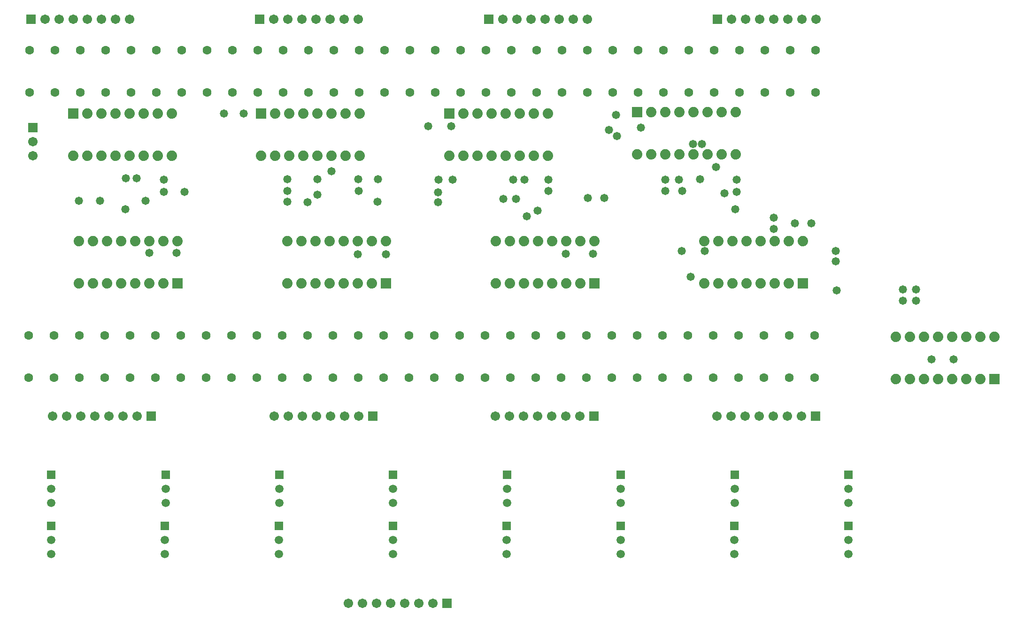
<source format=gts>
G04*
G04 #@! TF.GenerationSoftware,Altium Limited,Altium Designer,18.1.11 (251)*
G04*
G04 Layer_Color=8388736*
%FSLAX25Y25*%
%MOIN*%
G70*
G01*
G75*
%ADD13C,0.07400*%
%ADD14R,0.07400X0.07400*%
%ADD15R,0.06706X0.06706*%
%ADD16C,0.06706*%
%ADD17C,0.06312*%
%ADD18R,0.06706X0.06706*%
%ADD19R,0.05910X0.05910*%
%ADD20C,0.05910*%
%ADD21C,0.05800*%
D13*
X703000Y209000D02*
D03*
X693000D02*
D03*
X683000D02*
D03*
X673000D02*
D03*
X663000D02*
D03*
X653000D02*
D03*
X643000D02*
D03*
X633000D02*
D03*
Y179000D02*
D03*
X643000D02*
D03*
X653000D02*
D03*
X663000D02*
D03*
X673000D02*
D03*
X683000D02*
D03*
X693000D02*
D03*
X567000Y277000D02*
D03*
X557000D02*
D03*
X547000D02*
D03*
X537000D02*
D03*
X527000D02*
D03*
X517000D02*
D03*
X507000D02*
D03*
X497000D02*
D03*
Y247000D02*
D03*
X507000D02*
D03*
X517000D02*
D03*
X527000D02*
D03*
X537000D02*
D03*
X547000D02*
D03*
X557000D02*
D03*
X449500Y338500D02*
D03*
X459500D02*
D03*
X469500D02*
D03*
X479500D02*
D03*
X489500D02*
D03*
X499500D02*
D03*
X509500D02*
D03*
X519500D02*
D03*
Y368500D02*
D03*
X509500D02*
D03*
X499500D02*
D03*
X489500D02*
D03*
X479500D02*
D03*
X469500D02*
D03*
X459500D02*
D03*
X419000Y277000D02*
D03*
X409000D02*
D03*
X399000D02*
D03*
X389000D02*
D03*
X379000D02*
D03*
X369000D02*
D03*
X359000D02*
D03*
X349000D02*
D03*
Y247000D02*
D03*
X359000D02*
D03*
X369000D02*
D03*
X379000D02*
D03*
X389000D02*
D03*
X399000D02*
D03*
X409000D02*
D03*
X316000Y337500D02*
D03*
X326000D02*
D03*
X336000D02*
D03*
X346000D02*
D03*
X356000D02*
D03*
X366000D02*
D03*
X376000D02*
D03*
X386000D02*
D03*
Y367500D02*
D03*
X376000D02*
D03*
X366000D02*
D03*
X356000D02*
D03*
X346000D02*
D03*
X336000D02*
D03*
X326000D02*
D03*
X49000Y337500D02*
D03*
X59000D02*
D03*
X69000D02*
D03*
X79000D02*
D03*
X89000D02*
D03*
X99000D02*
D03*
X109000D02*
D03*
X119000D02*
D03*
Y367500D02*
D03*
X109000D02*
D03*
X99000D02*
D03*
X89000D02*
D03*
X79000D02*
D03*
X69000D02*
D03*
X59000D02*
D03*
X182500Y337500D02*
D03*
X192500D02*
D03*
X202500D02*
D03*
X212500D02*
D03*
X222500D02*
D03*
X232500D02*
D03*
X242500D02*
D03*
X252500D02*
D03*
Y367500D02*
D03*
X242500D02*
D03*
X232500D02*
D03*
X222500D02*
D03*
X212500D02*
D03*
X202500D02*
D03*
X192500D02*
D03*
X123000Y277000D02*
D03*
X113000D02*
D03*
X103000D02*
D03*
X93000D02*
D03*
X83000D02*
D03*
X73000D02*
D03*
X63000D02*
D03*
X53000D02*
D03*
Y247000D02*
D03*
X63000D02*
D03*
X73000D02*
D03*
X83000D02*
D03*
X93000D02*
D03*
X103000D02*
D03*
X113000D02*
D03*
X271000Y277000D02*
D03*
X261000D02*
D03*
X251000D02*
D03*
X241000D02*
D03*
X231000D02*
D03*
X221000D02*
D03*
X211000D02*
D03*
X201000D02*
D03*
Y247000D02*
D03*
X211000D02*
D03*
X221000D02*
D03*
X231000D02*
D03*
X241000D02*
D03*
X251000D02*
D03*
X261000D02*
D03*
D14*
X703000Y179000D02*
D03*
X567000Y247000D02*
D03*
X449500Y368500D02*
D03*
X419000Y247000D02*
D03*
X316000Y367500D02*
D03*
X49000D02*
D03*
X182500D02*
D03*
X123000Y247000D02*
D03*
X271000Y247000D02*
D03*
D15*
X576000Y152500D02*
D03*
X506500Y434500D02*
D03*
X418833Y152500D02*
D03*
X344000Y434500D02*
D03*
X261667Y152500D02*
D03*
X181500Y434500D02*
D03*
X104500Y152500D02*
D03*
X19000Y434500D02*
D03*
X314500Y19500D02*
D03*
D16*
X566000Y152500D02*
D03*
X556000D02*
D03*
X546000D02*
D03*
X536000D02*
D03*
X526000D02*
D03*
X516000D02*
D03*
X506000D02*
D03*
X516500Y434500D02*
D03*
X526500D02*
D03*
X536500D02*
D03*
X546500D02*
D03*
X556500D02*
D03*
X566500D02*
D03*
X576500D02*
D03*
X408833Y152500D02*
D03*
X398833D02*
D03*
X388833D02*
D03*
X378833D02*
D03*
X368833D02*
D03*
X358833D02*
D03*
X348833D02*
D03*
X354000Y434500D02*
D03*
X364000D02*
D03*
X374000D02*
D03*
X384000D02*
D03*
X394000D02*
D03*
X404000D02*
D03*
X414000D02*
D03*
X251667Y152500D02*
D03*
X241667D02*
D03*
X231667D02*
D03*
X221667D02*
D03*
X211667D02*
D03*
X201667D02*
D03*
X191667D02*
D03*
X191500Y434500D02*
D03*
X201500D02*
D03*
X211500D02*
D03*
X221500D02*
D03*
X231500D02*
D03*
X241500D02*
D03*
X251500D02*
D03*
X94500Y152500D02*
D03*
X84500D02*
D03*
X74500D02*
D03*
X64500D02*
D03*
X54500D02*
D03*
X44500D02*
D03*
X34500D02*
D03*
X29000Y434500D02*
D03*
X39000D02*
D03*
X49000D02*
D03*
X59000D02*
D03*
X69000D02*
D03*
X79000D02*
D03*
X89000D02*
D03*
X20500Y347500D02*
D03*
Y337500D02*
D03*
X304500Y19500D02*
D03*
X294500D02*
D03*
X284500D02*
D03*
X274500D02*
D03*
X264500D02*
D03*
X254500D02*
D03*
X244500D02*
D03*
D17*
X449500Y180000D02*
D03*
Y210000D02*
D03*
X467500Y180000D02*
D03*
Y210000D02*
D03*
X485500Y180000D02*
D03*
Y210000D02*
D03*
X503500Y180000D02*
D03*
Y210000D02*
D03*
X521500Y180000D02*
D03*
Y210000D02*
D03*
X539500Y180000D02*
D03*
Y210000D02*
D03*
X557500Y180000D02*
D03*
Y210000D02*
D03*
X575500Y180000D02*
D03*
Y210000D02*
D03*
X576000Y412500D02*
D03*
Y382500D02*
D03*
X558000Y412500D02*
D03*
Y382500D02*
D03*
X540000Y412500D02*
D03*
Y382500D02*
D03*
X522000Y412500D02*
D03*
Y382500D02*
D03*
X504000Y412500D02*
D03*
Y382500D02*
D03*
X486000Y412500D02*
D03*
Y382500D02*
D03*
X468000Y412500D02*
D03*
Y382500D02*
D03*
X450000Y412500D02*
D03*
Y382500D02*
D03*
X305500Y180000D02*
D03*
Y210000D02*
D03*
X323500Y180000D02*
D03*
Y210000D02*
D03*
X341500Y180000D02*
D03*
Y210000D02*
D03*
X359500Y180000D02*
D03*
Y210000D02*
D03*
X377500Y180000D02*
D03*
Y210000D02*
D03*
X395500Y180000D02*
D03*
Y210000D02*
D03*
X413500Y180000D02*
D03*
Y210000D02*
D03*
X431500Y180000D02*
D03*
Y210000D02*
D03*
X432000Y412500D02*
D03*
Y382500D02*
D03*
X414000Y412500D02*
D03*
Y382500D02*
D03*
X396000Y412500D02*
D03*
Y382500D02*
D03*
X378000Y412500D02*
D03*
Y382500D02*
D03*
X360000Y412500D02*
D03*
Y382500D02*
D03*
X342000Y412500D02*
D03*
Y382500D02*
D03*
X324000Y412500D02*
D03*
Y382500D02*
D03*
X306000Y412500D02*
D03*
Y382500D02*
D03*
X161500Y180000D02*
D03*
Y210000D02*
D03*
X179500Y180000D02*
D03*
Y210000D02*
D03*
X197500Y180000D02*
D03*
Y210000D02*
D03*
X215500Y180000D02*
D03*
Y210000D02*
D03*
X233500Y180000D02*
D03*
Y210000D02*
D03*
X251500Y180000D02*
D03*
Y210000D02*
D03*
X269500Y180000D02*
D03*
Y210000D02*
D03*
X287500Y180000D02*
D03*
Y210000D02*
D03*
X288000Y412500D02*
D03*
Y382500D02*
D03*
X270000Y412500D02*
D03*
Y382500D02*
D03*
X252000Y412500D02*
D03*
Y382500D02*
D03*
X234000Y412500D02*
D03*
Y382500D02*
D03*
X216000Y412500D02*
D03*
Y382500D02*
D03*
X198000Y412500D02*
D03*
Y382500D02*
D03*
X180000Y412500D02*
D03*
Y382500D02*
D03*
X162000Y412500D02*
D03*
Y382500D02*
D03*
X17500Y180000D02*
D03*
Y210000D02*
D03*
X35500Y180000D02*
D03*
Y210000D02*
D03*
X53500Y180000D02*
D03*
Y210000D02*
D03*
X71500Y180000D02*
D03*
Y210000D02*
D03*
X89500Y180000D02*
D03*
Y210000D02*
D03*
X107500Y180000D02*
D03*
Y210000D02*
D03*
X125500Y180000D02*
D03*
Y210000D02*
D03*
X143500Y180000D02*
D03*
Y210000D02*
D03*
X144000Y412500D02*
D03*
Y382500D02*
D03*
X126000Y412500D02*
D03*
Y382500D02*
D03*
X108000Y412500D02*
D03*
Y382500D02*
D03*
X90000Y412500D02*
D03*
Y382500D02*
D03*
X72000Y412500D02*
D03*
Y382500D02*
D03*
X54000Y412500D02*
D03*
Y382500D02*
D03*
X36000Y412500D02*
D03*
Y382500D02*
D03*
X18000Y412500D02*
D03*
Y382500D02*
D03*
D18*
X20500Y357500D02*
D03*
D19*
X599327Y74500D02*
D03*
X518469D02*
D03*
X437612D02*
D03*
X356755D02*
D03*
X275898D02*
D03*
X195041D02*
D03*
X114184D02*
D03*
X33327D02*
D03*
X599327Y111000D02*
D03*
X518541D02*
D03*
X437755D02*
D03*
X356970D02*
D03*
X276184D02*
D03*
X195398D02*
D03*
X114612D02*
D03*
X33327D02*
D03*
D20*
X599327Y64500D02*
D03*
Y54500D02*
D03*
X518469Y64500D02*
D03*
Y54500D02*
D03*
X437612Y64500D02*
D03*
Y54500D02*
D03*
X356755Y64500D02*
D03*
Y54500D02*
D03*
X275898Y64500D02*
D03*
Y54500D02*
D03*
X195041Y64500D02*
D03*
Y54500D02*
D03*
X114184Y64500D02*
D03*
Y54500D02*
D03*
X33327Y64500D02*
D03*
Y54500D02*
D03*
X599327Y101000D02*
D03*
Y91000D02*
D03*
X518541Y101000D02*
D03*
Y91000D02*
D03*
X437755Y101000D02*
D03*
Y91000D02*
D03*
X356970Y101000D02*
D03*
Y91000D02*
D03*
X276184Y101000D02*
D03*
Y91000D02*
D03*
X195398Y101000D02*
D03*
Y91000D02*
D03*
X114612Y101000D02*
D03*
Y91000D02*
D03*
X33327Y101000D02*
D03*
Y91000D02*
D03*
D21*
X94000Y321500D02*
D03*
X86000Y299500D02*
D03*
X86500Y321500D02*
D03*
X232500Y326500D02*
D03*
X222500Y321000D02*
D03*
Y310000D02*
D03*
X308000Y304500D02*
D03*
Y311500D02*
D03*
X371000Y294500D02*
D03*
X378833Y298500D02*
D03*
X361500Y320500D02*
D03*
X369500D02*
D03*
X435000Y351500D02*
D03*
X429500Y356000D02*
D03*
X489000Y346000D02*
D03*
X495500D02*
D03*
X479000Y320500D02*
D03*
X481500Y312500D02*
D03*
X481000Y270000D02*
D03*
X497500D02*
D03*
X511500Y311000D02*
D03*
X505500Y329500D02*
D03*
X494000Y321000D02*
D03*
X519000Y299500D02*
D03*
X590500Y262500D02*
D03*
Y270000D02*
D03*
X638000Y234500D02*
D03*
Y242500D02*
D03*
X647500Y234500D02*
D03*
Y242500D02*
D03*
X674000Y193000D02*
D03*
X658500D02*
D03*
X591000Y242000D02*
D03*
X487500Y251500D02*
D03*
X546500Y285500D02*
D03*
Y293500D02*
D03*
X520000Y312000D02*
D03*
Y320500D02*
D03*
X363500Y307000D02*
D03*
X469500Y320500D02*
D03*
Y312500D02*
D03*
X426000Y307500D02*
D03*
X414500D02*
D03*
X354500Y307000D02*
D03*
X386500Y312500D02*
D03*
Y320500D02*
D03*
X318500D02*
D03*
X308500D02*
D03*
X265500Y321000D02*
D03*
X265000Y305000D02*
D03*
X215500Y304500D02*
D03*
X201000Y305000D02*
D03*
X251667Y312500D02*
D03*
X251500Y321000D02*
D03*
X128000Y312000D02*
D03*
X201000Y312500D02*
D03*
Y321000D02*
D03*
X100500Y305500D02*
D03*
X68000D02*
D03*
X53000D02*
D03*
X113500Y312000D02*
D03*
Y320500D02*
D03*
X573000Y289500D02*
D03*
X561500D02*
D03*
X418000Y268000D02*
D03*
X398833D02*
D03*
X271000Y267500D02*
D03*
X251000D02*
D03*
X122500Y268500D02*
D03*
X103000D02*
D03*
X452000Y357500D02*
D03*
X434500Y366500D02*
D03*
X301000Y358500D02*
D03*
X317500D02*
D03*
X170000Y367500D02*
D03*
X156000D02*
D03*
M02*

</source>
